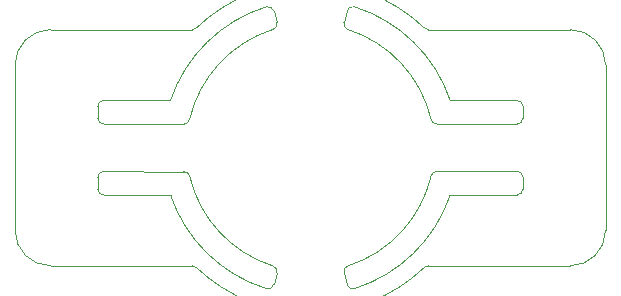
<source format=gm1>
G04 #@! TF.GenerationSoftware,KiCad,Pcbnew,5.1.9+dfsg1-1*
G04 #@! TF.CreationDate,2023-03-08T14:18:00+09:00*
G04 #@! TF.ProjectId,mid,6d69642e-6b69-4636-9164-5f7063625858,rev?*
G04 #@! TF.SameCoordinates,Original*
G04 #@! TF.FileFunction,Profile,NP*
%FSLAX46Y46*%
G04 Gerber Fmt 4.6, Leading zero omitted, Abs format (unit mm)*
G04 Created by KiCad (PCBNEW 5.1.9+dfsg1-1) date 2023-03-08 14:18:00*
%MOMM*%
%LPD*%
G01*
G04 APERTURE LIST*
G04 #@! TA.AperFunction,Profile*
%ADD10C,0.050000*%
G04 #@! TD*
G04 APERTURE END LIST*
D10*
X171896868Y-131581043D02*
X172155932Y-130614201D01*
X178106783Y-131580064D02*
X177847414Y-130613304D01*
X178103130Y-108418956D02*
G75*
G02*
X178735514Y-108071215I482963J-129410D01*
G01*
X178735514Y-108071213D02*
G75*
G02*
X186842719Y-116000000I-3735515J-11928787D01*
G01*
X171264484Y-131928786D02*
G75*
G02*
X163162494Y-124015404I3735515J11928786D01*
G01*
X157499241Y-124006819D02*
X163162494Y-124015404D01*
X185712143Y-118000001D02*
G75*
G02*
X185225226Y-117613637I-1J500001D01*
G01*
X178175801Y-109991789D02*
G75*
G02*
X185225226Y-117613637I-3175802J-10008211D01*
G01*
X186842717Y-123999999D02*
G75*
G02*
X178739276Y-131927606I-11842718J3999999D01*
G01*
X152999999Y-130000000D02*
X164999999Y-130000000D01*
X152999999Y-130000000D02*
G75*
G02*
X149999999Y-127000000I0J3000000D01*
G01*
X164292624Y-122017117D02*
G75*
G02*
X164778599Y-122402702I-758J-499999D01*
G01*
X177847414Y-130613304D02*
G75*
G02*
X178178957Y-130007208I482922J129562D01*
G01*
X171893216Y-108419936D02*
X172152585Y-109386696D01*
X171260722Y-108072393D02*
G75*
G02*
X171893216Y-108419936I149571J-477105D01*
G01*
X200000000Y-127000000D02*
X199999999Y-113000000D01*
X200000000Y-127000000D02*
G75*
G02*
X197000000Y-130000000I-3000000J0D01*
G01*
X157499999Y-117993741D02*
G75*
G02*
X156999999Y-117493741I0J500000D01*
G01*
X164999999Y-110000000D02*
X152999999Y-110000000D01*
X165344827Y-109862069D02*
G75*
G02*
X164999999Y-110000000I-344828J362069D01*
G01*
X156999999Y-116500000D02*
G75*
G02*
X157499999Y-116000000I500000J0D01*
G01*
X156999999Y-117493741D02*
X156999999Y-116500000D01*
X163157281Y-116000001D02*
G75*
G02*
X171260722Y-108072394I11842718J-3999999D01*
G01*
X157499999Y-116000000D02*
X163157280Y-116000001D01*
X184999999Y-130000000D02*
X197000000Y-130000000D01*
X184655171Y-130137931D02*
G75*
G02*
X184999999Y-130000000I344828J-362069D01*
G01*
X193000000Y-117500000D02*
G75*
G02*
X192500000Y-118000000I-500000J0D01*
G01*
X185712142Y-118000000D02*
X192500000Y-118000000D01*
X192500000Y-124000000D02*
X186842719Y-123999999D01*
X164999999Y-130000000D02*
G75*
G02*
X165344827Y-130137931I0J-500000D01*
G01*
X171896868Y-131581044D02*
G75*
G02*
X171264484Y-131928785I-482963J129410D01*
G01*
X185225226Y-122386364D02*
G75*
G02*
X185712142Y-122000000I486916J-113636D01*
G01*
X171824198Y-130008211D02*
G75*
G02*
X164778599Y-122402702I3175801J10008211D01*
G01*
X171824197Y-130008210D02*
G75*
G02*
X172155932Y-130614201I-151228J-476582D01*
G01*
X164776169Y-117607662D02*
G75*
G02*
X171821042Y-109992792I10223830J-2392338D01*
G01*
X172152585Y-109386696D02*
G75*
G02*
X171821042Y-109992792I-482922J-129562D01*
G01*
X164292624Y-122017117D02*
X157500757Y-122006822D01*
X149999999Y-113000000D02*
X149999999Y-127000000D01*
X149999999Y-113000000D02*
G75*
G02*
X152999999Y-110000000I3000000J0D01*
G01*
X156999999Y-122506821D02*
X156999999Y-123506820D01*
X164289319Y-117993741D02*
X157499999Y-117993741D01*
X164776168Y-117607662D02*
G75*
G02*
X164289319Y-117993741I-486849J113921D01*
G01*
X192500000Y-121999999D02*
G75*
G02*
X193000000Y-122499999I0J-500000D01*
G01*
X185712142Y-122000000D02*
X192500000Y-121999999D01*
X193000000Y-123500000D02*
G75*
G02*
X192500000Y-124000000I-500000J0D01*
G01*
X193000000Y-122499999D02*
X193000000Y-123500000D01*
X196999999Y-110000000D02*
X184999999Y-110000000D01*
X196999999Y-110000000D02*
G75*
G02*
X199999999Y-113000000I0J-3000000D01*
G01*
X192500000Y-116000000D02*
X186842719Y-116000000D01*
X178739276Y-131927606D02*
G75*
G02*
X178106783Y-131580064I-149571J477104D01*
G01*
X184655172Y-130137931D02*
G75*
G02*
X165344827Y-130137931I-9655173J10137931D01*
G01*
X178175801Y-109991790D02*
G75*
G02*
X177844066Y-109385799I151228J476582D01*
G01*
X178103131Y-108418957D02*
X177844066Y-109385799D01*
X185225225Y-122386363D02*
G75*
G02*
X178178957Y-130007208I-10225226J2386363D01*
G01*
X157499241Y-124006819D02*
G75*
G02*
X156999999Y-123506820I758J499999D01*
G01*
X165344827Y-109862069D02*
G75*
G02*
X184655172Y-109862069I9655172J-10137931D01*
G01*
X184999999Y-110000000D02*
G75*
G02*
X184655172Y-109862069I0J500000D01*
G01*
X156999999Y-122506821D02*
G75*
G02*
X157500757Y-122006822I500000J0D01*
G01*
X192500000Y-116000000D02*
G75*
G02*
X193000000Y-116500000I0J-500000D01*
G01*
X193000000Y-117500000D02*
X193000000Y-116500000D01*
M02*

</source>
